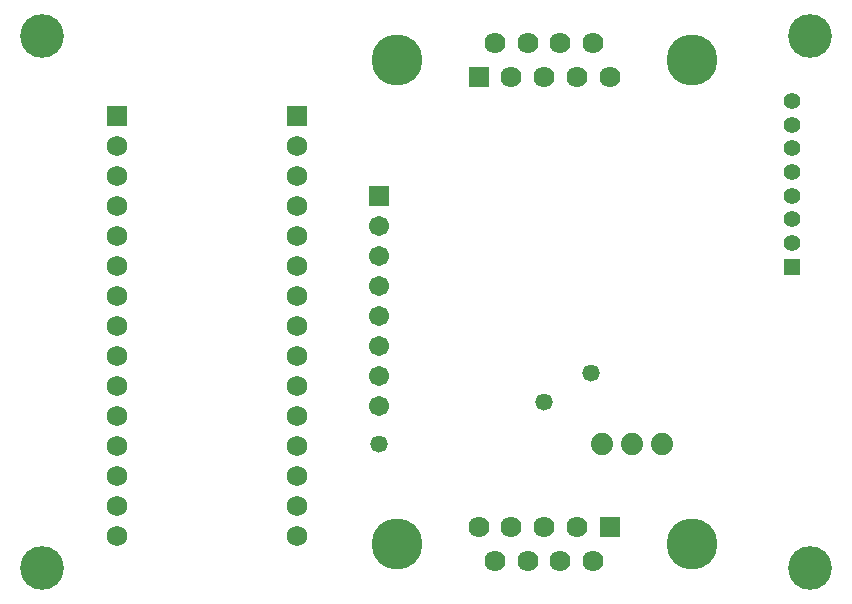
<source format=gbs>
G04*
G04 #@! TF.GenerationSoftware,Altium Limited,Altium Designer,22.8.2 (66)*
G04*
G04 Layer_Color=16711935*
%FSLAX42Y42*%
%MOMM*%
G71*
G04*
G04 #@! TF.SameCoordinates,BE8FE92B-6F1C-4FB6-9944-1E67C46C6413*
G04*
G04*
G04 #@! TF.FilePolarity,Negative*
G04*
G01*
G75*
%ADD18R,1.71X1.71*%
%ADD19C,1.71*%
%ADD20C,4.32*%
%ADD21R,1.78X1.78*%
%ADD22C,1.78*%
%ADD23R,1.41X1.41*%
%ADD24C,1.41*%
%ADD25C,3.70*%
%ADD26C,1.88*%
%ADD27C,1.73*%
%ADD28R,1.73X1.73*%
%ADD29C,1.47*%
D18*
X3100Y3398D02*
D03*
D19*
Y3144D02*
D03*
Y2890D02*
D03*
Y2636D02*
D03*
Y2382D02*
D03*
Y2128D02*
D03*
Y1874D02*
D03*
Y1620D02*
D03*
D20*
X5749Y450D02*
D03*
X3251D02*
D03*
Y4550D02*
D03*
X5749D02*
D03*
D21*
X5054Y592D02*
D03*
X3946Y4408D02*
D03*
D22*
X4915Y308D02*
D03*
X4777Y592D02*
D03*
X4638Y308D02*
D03*
X4500Y592D02*
D03*
X4362Y308D02*
D03*
X4223Y592D02*
D03*
X4085Y308D02*
D03*
X3946Y592D02*
D03*
X4085Y4692D02*
D03*
X4223Y4408D02*
D03*
X4362Y4692D02*
D03*
X4500Y4408D02*
D03*
X4638Y4692D02*
D03*
X4777Y4408D02*
D03*
X4915Y4692D02*
D03*
X5054Y4408D02*
D03*
D23*
X6600Y2800D02*
D03*
D24*
Y3000D02*
D03*
Y3200D02*
D03*
Y3400D02*
D03*
Y3600D02*
D03*
Y4200D02*
D03*
Y3800D02*
D03*
Y4000D02*
D03*
D25*
X6750Y4750D02*
D03*
Y250D02*
D03*
X250D02*
D03*
Y4750D02*
D03*
D26*
X5500Y1300D02*
D03*
X4992D02*
D03*
X5246D02*
D03*
D27*
X888Y516D02*
D03*
Y770D02*
D03*
Y1023D02*
D03*
Y1277D02*
D03*
Y1531D02*
D03*
Y1785D02*
D03*
Y2040D02*
D03*
Y2293D02*
D03*
Y2548D02*
D03*
Y2801D02*
D03*
Y3056D02*
D03*
Y3310D02*
D03*
Y3563D02*
D03*
Y3817D02*
D03*
X2412Y516D02*
D03*
Y770D02*
D03*
Y1023D02*
D03*
Y1277D02*
D03*
Y1531D02*
D03*
Y1785D02*
D03*
Y2040D02*
D03*
Y2293D02*
D03*
Y2548D02*
D03*
Y2801D02*
D03*
Y3056D02*
D03*
Y3310D02*
D03*
Y3563D02*
D03*
Y3817D02*
D03*
D28*
X888Y4072D02*
D03*
X2412D02*
D03*
D29*
X4900Y1900D02*
D03*
X4500Y1650D02*
D03*
X3100Y1300D02*
D03*
M02*

</source>
